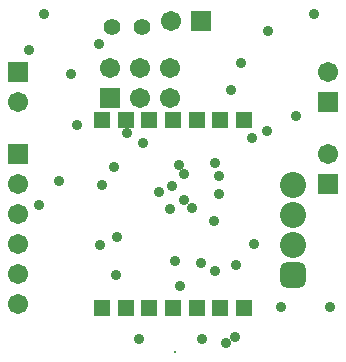
<source format=gbs>
%FSLAX25Y25*%
%MOIN*%
G70*
G01*
G75*
G04 Layer_Color=16711935*
%ADD10R,0.02362X0.03937*%
%ADD11R,0.03937X0.02756*%
%ADD12R,0.07480X0.03150*%
%ADD13R,0.03150X0.07480*%
%ADD14R,0.03150X0.09843*%
%ADD15R,0.02362X0.05906*%
%ADD16R,0.06299X0.01575*%
%ADD17R,0.02362X0.05118*%
%ADD18O,0.06496X0.02165*%
%ADD19O,0.02165X0.06496*%
%ADD20R,0.06299X0.07874*%
%ADD21R,0.02756X0.03937*%
%ADD22R,0.01969X0.03937*%
%ADD23C,0.00787*%
%ADD24C,0.05906*%
%ADD25R,0.05906X0.05906*%
%ADD26C,0.04724*%
%ADD27R,0.05906X0.05906*%
%ADD28C,0.07874*%
G04:AMPARAMS|DCode=29|XSize=78.74mil|YSize=78.74mil|CornerRadius=19.69mil|HoleSize=0mil|Usage=FLASHONLY|Rotation=270.000|XOffset=0mil|YOffset=0mil|HoleType=Round|Shape=RoundedRectangle|*
%AMROUNDEDRECTD29*
21,1,0.07874,0.03937,0,0,270.0*
21,1,0.03937,0.07874,0,0,270.0*
1,1,0.03937,-0.01969,-0.01969*
1,1,0.03937,-0.01969,0.01969*
1,1,0.03937,0.01969,0.01969*
1,1,0.03937,0.01969,-0.01969*
%
%ADD29ROUNDEDRECTD29*%
%ADD30C,0.02756*%
%ADD31R,0.04724X0.04724*%
%ADD32C,0.07874*%
%ADD33C,0.05906*%
%ADD34C,0.01000*%
%ADD35C,0.00984*%
%ADD36C,0.02362*%
%ADD37C,0.00394*%
%ADD38R,0.03162X0.04737*%
%ADD39R,0.04737X0.03556*%
%ADD40R,0.08280X0.03950*%
%ADD41R,0.03950X0.08280*%
%ADD42R,0.03950X0.10642*%
%ADD43R,0.03162X0.06706*%
%ADD44R,0.07099X0.02375*%
%ADD45R,0.03162X0.05918*%
%ADD46O,0.07296X0.02965*%
%ADD47O,0.02965X0.07296*%
%ADD48R,0.07099X0.08674*%
%ADD49R,0.03556X0.04737*%
%ADD50R,0.02769X0.04737*%
%ADD51C,0.06706*%
%ADD52R,0.06706X0.06706*%
%ADD53C,0.05524*%
%ADD54R,0.06706X0.06706*%
%ADD55C,0.08674*%
G04:AMPARAMS|DCode=56|XSize=86.74mil|YSize=86.74mil|CornerRadius=23.69mil|HoleSize=0mil|Usage=FLASHONLY|Rotation=270.000|XOffset=0mil|YOffset=0mil|HoleType=Round|Shape=RoundedRectangle|*
%AMROUNDEDRECTD56*
21,1,0.08674,0.03937,0,0,270.0*
21,1,0.03937,0.08674,0,0,270.0*
1,1,0.04737,-0.01969,-0.01969*
1,1,0.04737,-0.01969,0.01969*
1,1,0.04737,0.01969,0.01969*
1,1,0.04737,0.01969,-0.01969*
%
%ADD56ROUNDEDRECTD56*%
%ADD57C,0.00800*%
%ADD58C,0.03556*%
%ADD59R,0.05524X0.05524*%
D51*
X55945Y-5906D02*
D03*
X108268Y-22638D02*
D03*
Y-50197D02*
D03*
X4921Y-100197D02*
D03*
Y-90197D02*
D03*
Y-80197D02*
D03*
Y-70197D02*
D03*
Y-60197D02*
D03*
X4921Y-32638D02*
D03*
X35433Y-21496D02*
D03*
X45433Y-31496D02*
D03*
Y-21496D02*
D03*
X55433Y-31496D02*
D03*
Y-21496D02*
D03*
D52*
X65945Y-5906D02*
D03*
X35433Y-31496D02*
D03*
D53*
X36260Y-7874D02*
D03*
X46260D02*
D03*
D54*
X108268Y-32638D02*
D03*
Y-60197D02*
D03*
X4921Y-50197D02*
D03*
X4921Y-22638D02*
D03*
D55*
X96457Y-60551D02*
D03*
Y-70551D02*
D03*
Y-80551D02*
D03*
D56*
Y-90551D02*
D03*
D57*
X57087Y-116142D02*
D03*
D58*
X66043Y-111614D02*
D03*
X77165Y-111122D02*
D03*
X74114Y-113189D02*
D03*
X79236Y-19884D02*
D03*
X103636Y-3284D02*
D03*
X46536Y-46384D02*
D03*
X87936Y-42284D02*
D03*
X32036Y-80584D02*
D03*
X70136Y-72584D02*
D03*
X13336Y-3584D02*
D03*
X88236Y-9084D02*
D03*
X22586Y-23534D02*
D03*
X41036Y-43084D02*
D03*
X36836Y-54284D02*
D03*
X18636Y-58984D02*
D03*
X70436Y-53084D02*
D03*
X75836Y-28784D02*
D03*
X62736Y-67984D02*
D03*
X82736Y-44684D02*
D03*
X77436Y-87084D02*
D03*
X71936Y-63384D02*
D03*
X97436Y-37284D02*
D03*
X60136Y-65284D02*
D03*
X31936Y-13484D02*
D03*
X70644Y-88972D02*
D03*
X37836Y-77784D02*
D03*
X57283Y-85684D02*
D03*
X37619Y-90567D02*
D03*
X58536Y-53684D02*
D03*
X56236Y-60784D02*
D03*
X92536Y-101181D02*
D03*
X51962Y-62812D02*
D03*
X32936Y-60284D02*
D03*
X65836Y-86584D02*
D03*
X24606Y-40354D02*
D03*
X58936Y-94084D02*
D03*
X45276Y-111909D02*
D03*
X8563Y-15256D02*
D03*
X108858Y-100984D02*
D03*
X55610Y-68504D02*
D03*
X60236Y-56890D02*
D03*
X11811Y-67126D02*
D03*
X71736Y-57584D02*
D03*
X83445Y-80216D02*
D03*
D59*
X80118Y-101378D02*
D03*
X72244D02*
D03*
X64370D02*
D03*
X56496D02*
D03*
X48622D02*
D03*
X40748D02*
D03*
X32874D02*
D03*
Y-38780D02*
D03*
X40748D02*
D03*
X48622D02*
D03*
X56496D02*
D03*
X64370D02*
D03*
X72244D02*
D03*
X80118D02*
D03*
M02*

</source>
